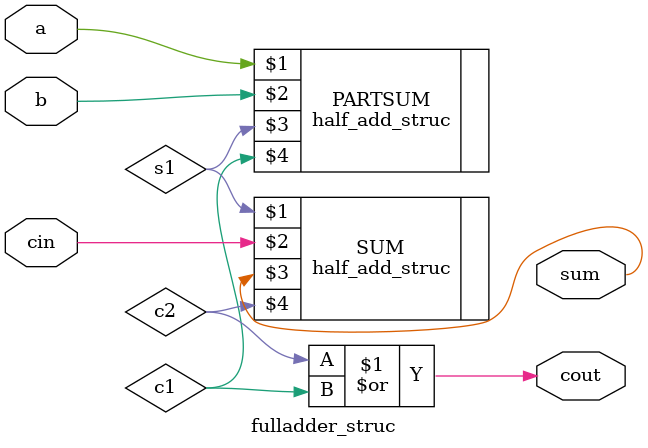
<source format=v>
module half_adder_struc(a, b, sum, cout);
    input a, b;
    output sum, cout;

    xor(sum, a, b);
    and(cout, a, b);
endmodule

module fulladder_struc(a, b, cin, sum, cout);
    input a, b, cin;
    output sum, cout;
    wire c1, c2, s2;

    half_add_struc PARTSUM(a, b, s1, c1);
    half_add_struc SUM(s1, cin, sum, c2);
    
    or(cout, c2, c1);
endmodule
</source>
